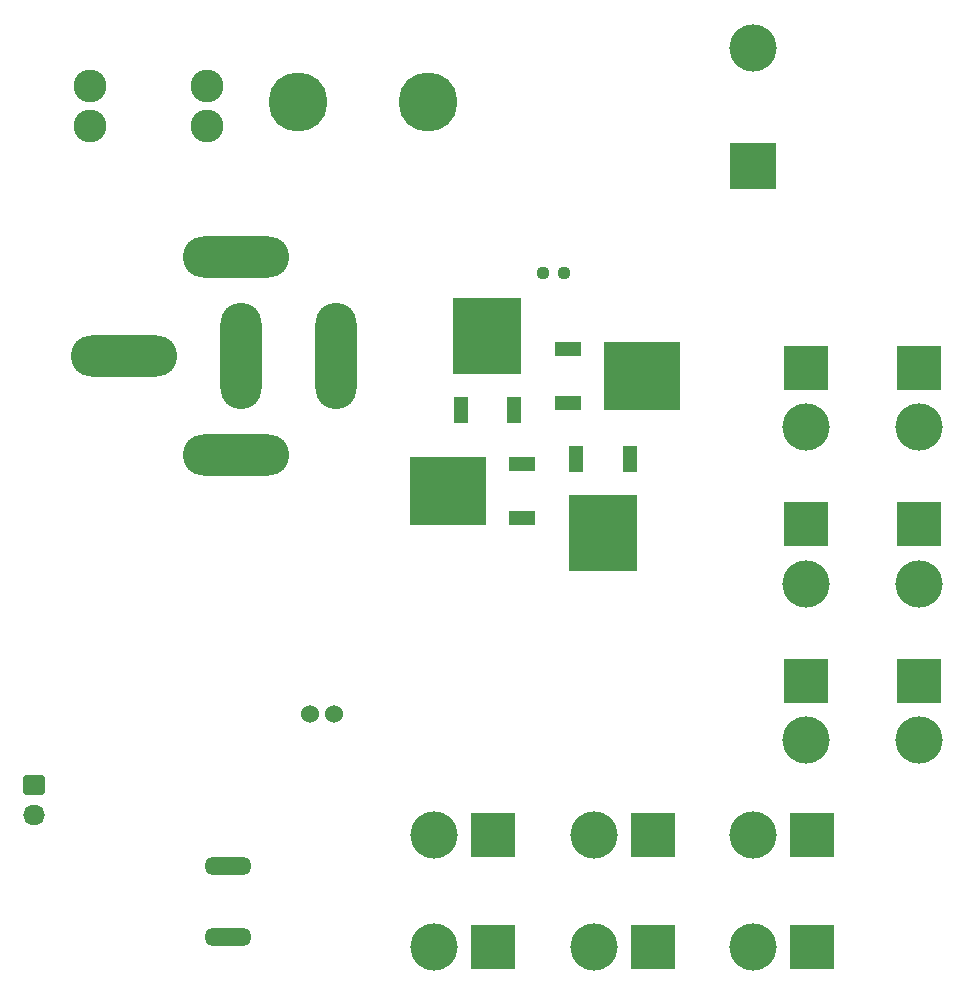
<source format=gbr>
%TF.GenerationSoftware,KiCad,Pcbnew,(6.0.11)*%
%TF.CreationDate,2024-02-29T08:21:51+09:00*%
%TF.ProjectId,LargePW,4c617267-6550-4572-9e6b-696361645f70,rev?*%
%TF.SameCoordinates,Original*%
%TF.FileFunction,Soldermask,Top*%
%TF.FilePolarity,Negative*%
%FSLAX46Y46*%
G04 Gerber Fmt 4.6, Leading zero omitted, Abs format (unit mm)*
G04 Created by KiCad (PCBNEW (6.0.11)) date 2024-02-29 08:21:51*
%MOMM*%
%LPD*%
G01*
G04 APERTURE LIST*
G04 Aperture macros list*
%AMRoundRect*
0 Rectangle with rounded corners*
0 $1 Rounding radius*
0 $2 $3 $4 $5 $6 $7 $8 $9 X,Y pos of 4 corners*
0 Add a 4 corners polygon primitive as box body*
4,1,4,$2,$3,$4,$5,$6,$7,$8,$9,$2,$3,0*
0 Add four circle primitives for the rounded corners*
1,1,$1+$1,$2,$3*
1,1,$1+$1,$4,$5*
1,1,$1+$1,$6,$7*
1,1,$1+$1,$8,$9*
0 Add four rect primitives between the rounded corners*
20,1,$1+$1,$2,$3,$4,$5,0*
20,1,$1+$1,$4,$5,$6,$7,0*
20,1,$1+$1,$6,$7,$8,$9,0*
20,1,$1+$1,$8,$9,$2,$3,0*%
G04 Aperture macros list end*
%ADD10O,9.000000X3.500000*%
%ADD11O,3.500000X9.000000*%
%ADD12R,3.800000X3.800000*%
%ADD13C,4.000000*%
%ADD14RoundRect,0.237500X0.250000X0.237500X-0.250000X0.237500X-0.250000X-0.237500X0.250000X-0.237500X0*%
%ADD15RoundRect,0.250000X-0.675000X0.600000X-0.675000X-0.600000X0.675000X-0.600000X0.675000X0.600000X0*%
%ADD16O,1.850000X1.700000*%
%ADD17C,2.780000*%
%ADD18R,2.200000X1.200000*%
%ADD19R,6.400000X5.800000*%
%ADD20O,4.000000X1.524000*%
%ADD21C,5.000000*%
%ADD22R,1.200000X2.200000*%
%ADD23R,5.800000X6.400000*%
%ADD24C,1.524000*%
%ADD25R,4.000000X4.000000*%
G04 APERTURE END LIST*
D10*
%TO.C,K1*%
X96250000Y-93750000D03*
X105750000Y-102150000D03*
X105750000Y-85350000D03*
D11*
X114150000Y-93750000D03*
X106150000Y-93750000D03*
%TD*%
D12*
%TO.C,J2*%
X127500000Y-134249999D03*
D13*
X122500000Y-134249999D03*
%TD*%
D12*
%TO.C,J12*%
X154000000Y-108000000D03*
D13*
X154000000Y-113000000D03*
%TD*%
D12*
%TO.C,J3*%
X127500000Y-143750000D03*
D13*
X122500000Y-143750000D03*
%TD*%
D12*
%TO.C,J6*%
X154000000Y-94750000D03*
D13*
X154000000Y-99750000D03*
%TD*%
D14*
%TO.C,R7*%
X133500000Y-86750000D03*
X131675000Y-86750000D03*
%TD*%
D15*
%TO.C,J1*%
X88600000Y-130100000D03*
D16*
X88600000Y-132600000D03*
%TD*%
D12*
%TO.C,J9*%
X154500000Y-143750000D03*
D13*
X149500000Y-143750000D03*
%TD*%
D12*
%TO.C,J7*%
X163500000Y-94750000D03*
D13*
X163500000Y-99750000D03*
%TD*%
D12*
%TO.C,J4*%
X141000000Y-134250000D03*
D13*
X136000000Y-134250000D03*
%TD*%
D17*
%TO.C,F1*%
X103250000Y-70850000D03*
X103250000Y-74250000D03*
X93330000Y-74250000D03*
X93330000Y-70850000D03*
%TD*%
D12*
%TO.C,J10*%
X154000000Y-121250000D03*
D13*
X154000000Y-126250000D03*
%TD*%
D12*
%TO.C,J11*%
X163500000Y-121250000D03*
D13*
X163500000Y-126250000D03*
%TD*%
D12*
%TO.C,J5*%
X141000000Y-143750001D03*
D13*
X136000000Y-143750001D03*
%TD*%
D18*
%TO.C,Q1*%
X129950000Y-107430000D03*
D19*
X123650000Y-105150000D03*
D18*
X129950000Y-102870000D03*
%TD*%
D12*
%TO.C,J13*%
X163500000Y-108000000D03*
D13*
X163500000Y-113000000D03*
%TD*%
D20*
%TO.C,SW1*%
X105000000Y-142928349D03*
X105000000Y-136928349D03*
%TD*%
D21*
%TO.C,H1*%
X122000000Y-72250000D03*
%TD*%
D22*
%TO.C,Q4*%
X139030000Y-102450000D03*
D23*
X136750000Y-108750000D03*
D22*
X134470000Y-102450000D03*
%TD*%
D12*
%TO.C,J8*%
X154500000Y-134250000D03*
D13*
X149500000Y-134250000D03*
%TD*%
D24*
%TO.C,MES1*%
X114000000Y-124050000D03*
X112000000Y-124035000D03*
%TD*%
D21*
%TO.C,H2*%
X111000000Y-72250000D03*
%TD*%
D22*
%TO.C,Q2*%
X124720000Y-98350000D03*
D23*
X127000000Y-92050000D03*
D22*
X129280000Y-98350000D03*
%TD*%
D18*
%TO.C,Q3*%
X133800000Y-93120000D03*
D19*
X140100000Y-95400000D03*
D18*
X133800000Y-97680000D03*
%TD*%
D25*
%TO.C,C2*%
X149500000Y-77619000D03*
D13*
X149500000Y-67619000D03*
%TD*%
M02*

</source>
